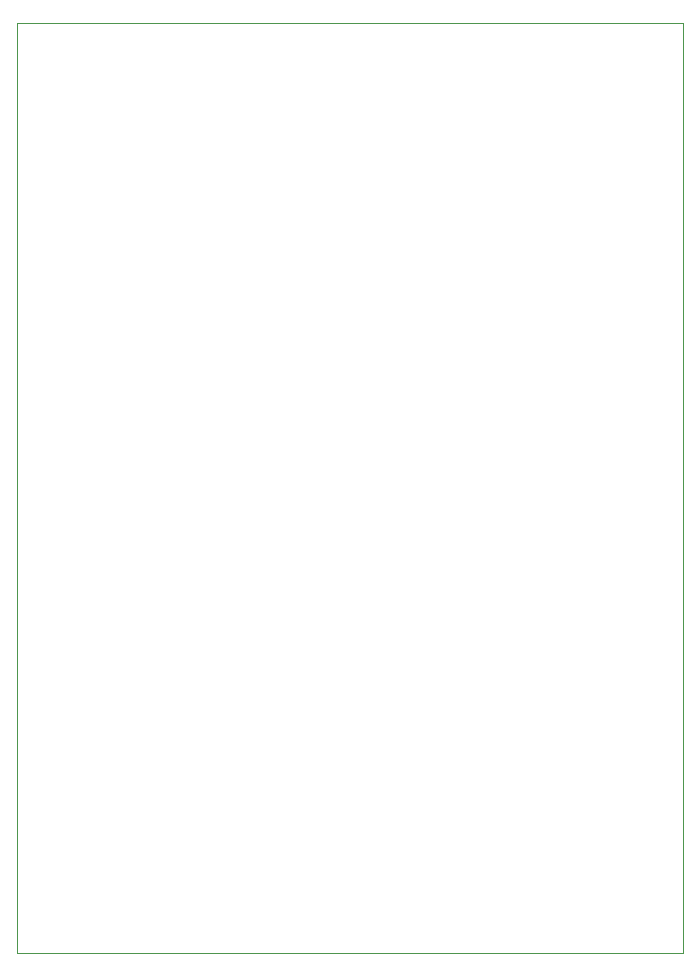
<source format=gbr>
%TF.GenerationSoftware,KiCad,Pcbnew,(5.1.6)-1*%
%TF.CreationDate,2021-03-16T16:30:30+01:00*%
%TF.ProjectId,24v-logic,3234762d-6c6f-4676-9963-2e6b69636164,rev?*%
%TF.SameCoordinates,Original*%
%TF.FileFunction,Profile,NP*%
%FSLAX46Y46*%
G04 Gerber Fmt 4.6, Leading zero omitted, Abs format (unit mm)*
G04 Created by KiCad (PCBNEW (5.1.6)-1) date 2021-03-16 16:30:30*
%MOMM*%
%LPD*%
G01*
G04 APERTURE LIST*
%TA.AperFunction,Profile*%
%ADD10C,0.050000*%
%TD*%
G04 APERTURE END LIST*
D10*
X82423000Y-59944000D02*
X138811000Y-59944000D01*
X82423000Y-138684000D02*
X82423000Y-59944000D01*
X138811000Y-138684000D02*
X82423000Y-138684000D01*
X138811000Y-59944000D02*
X138811000Y-138684000D01*
M02*

</source>
